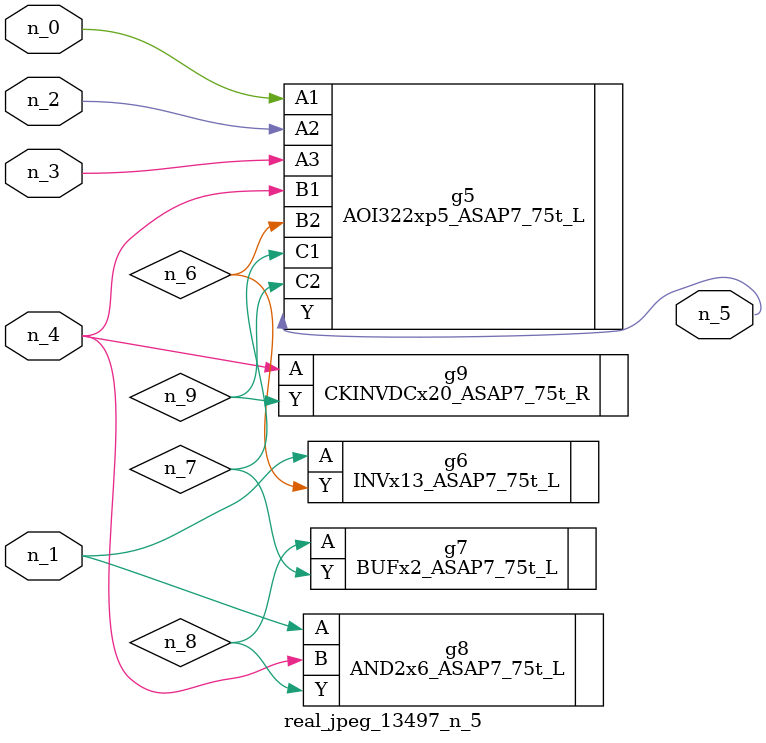
<source format=v>
module real_jpeg_13497_n_5 (n_4, n_0, n_1, n_2, n_3, n_5);

input n_4;
input n_0;
input n_1;
input n_2;
input n_3;

output n_5;

wire n_8;
wire n_6;
wire n_7;
wire n_9;

AOI322xp5_ASAP7_75t_L g5 ( 
.A1(n_0),
.A2(n_2),
.A3(n_3),
.B1(n_4),
.B2(n_6),
.C1(n_7),
.C2(n_9),
.Y(n_5)
);

INVx13_ASAP7_75t_L g6 ( 
.A(n_1),
.Y(n_6)
);

AND2x6_ASAP7_75t_L g8 ( 
.A(n_1),
.B(n_4),
.Y(n_8)
);

CKINVDCx20_ASAP7_75t_R g9 ( 
.A(n_4),
.Y(n_9)
);

BUFx2_ASAP7_75t_L g7 ( 
.A(n_8),
.Y(n_7)
);


endmodule
</source>
